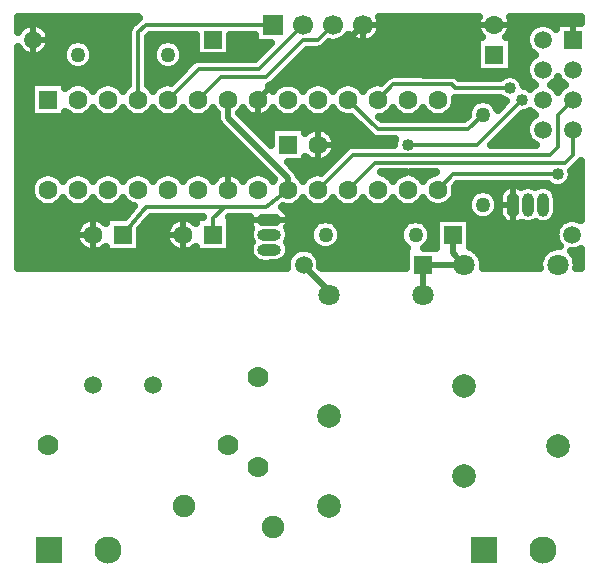
<source format=gbr>
G04 DipTrace 3.0.0.2*
G04 Top.gbr*
%MOIN*%
G04 #@! TF.FileFunction,Copper,L1,Top*
G04 #@! TF.Part,Single*
%AMOUTLINE0*
4,1,8,
-0.019685,-0.029528,
-0.009843,-0.03937,
0.009843,-0.03937,
0.019685,-0.029528,
0.019685,0.029528,
0.009843,0.03937,
-0.009843,0.03937,
-0.019685,0.029528,
-0.019685,-0.029528,
0*%
%AMOUTLINE3*
4,1,8,
-0.029528,0.019685,
-0.03937,0.009843,
-0.03937,-0.009843,
-0.029528,-0.019685,
0.029528,-0.019685,
0.03937,-0.009843,
0.03937,0.009843,
0.029528,0.019685,
-0.029528,0.019685,
0*%
G04 #@! TA.AperFunction,CopperBalancing*
%ADD13C,0.019685*%
G04 #@! TA.AperFunction,Conductor*
%ADD16C,0.012992*%
G04 #@! TA.AperFunction,CopperBalancing*
%ADD17C,0.025*%
G04 #@! TA.AperFunction,ComponentPad*
%ADD18R,0.062992X0.062992*%
%ADD19C,0.062992*%
%ADD20R,0.059055X0.059055*%
%ADD21C,0.059055*%
%ADD22C,0.090551*%
%ADD23R,0.090551X0.090551*%
%ADD24C,0.070866*%
%ADD25C,0.07874*%
%ADD26O,0.03937X0.07874*%
%ADD27O,0.07874X0.03937*%
%ADD28C,0.05*%
%ADD29C,0.05*%
%ADD30C,0.07*%
%ADD31C,0.07*%
%ADD35C,0.074803*%
%ADD36R,0.066929X0.066929*%
%ADD37C,0.066929*%
G04 #@! TA.AperFunction,ViaPad*
%ADD38C,0.04*%
G04 #@! TA.AperFunction,ComponentPad*
%ADD85OUTLINE0*%
%ADD88OUTLINE3*%
%FSLAX26Y26*%
G04*
G70*
G90*
G75*
G01*
G04 Top*
%LPD*%
X1243701Y2043701D2*
D13*
X1294685Y2094685D1*
X1394685D1*
X1593701Y2293701D1*
X1396063Y1493701D2*
D16*
X1393701D1*
D13*
X1493701Y1393701D1*
X1481890D1*
X1543701Y2043701D2*
D16*
X1642717Y1944685D1*
X1944685D1*
X1993701Y1993701D1*
X2084173Y2083189D2*
X1900433D1*
X1888937Y2094685D1*
X1694685D1*
X1643701Y2043701D1*
X843701D2*
Y2267717D1*
X869685Y2293701D1*
X1293701D1*
X943701Y2043701D2*
X1046654Y2146654D1*
X1246654D1*
X1393701Y2293701D1*
X1043701Y2043701D2*
X1120669Y2120669D1*
X1270669D1*
X1393701Y2243701D1*
X1443701D1*
X1493701Y2293701D1*
X2242717Y1794685D2*
X1894685D1*
X1843701Y1743701D1*
X2123661Y2043701D2*
X1973661Y1893701D1*
X1743701D1*
X2293701Y1943701D2*
Y1860157D1*
X2267717Y1834173D1*
X1634173D1*
X1543701Y1743701D1*
X1443701D2*
X1560157Y1860157D1*
X2216732D1*
X2242717Y1886142D1*
Y1992717D1*
X2293701Y2043701D1*
X1343701Y1743701D2*
X1270853Y1686591D1*
X1132130D1*
X870853D1*
X793701Y1593701D1*
X1893701D2*
D13*
Y1531890D1*
X1931890Y1493701D1*
X1793701D1*
Y1393701D1*
X1343701Y1743701D2*
Y1783257D1*
X1143701Y1983257D1*
Y2043701D1*
X1093701Y1593701D2*
D16*
Y1648161D1*
X1132130Y1686591D1*
D38*
X2084173Y2083189D3*
X2242717Y1794685D3*
X1743701Y1893701D3*
X2123661Y2043701D3*
X446201Y2293832D2*
D17*
X466176D1*
X521226D2*
X820668D1*
X1656138D2*
X1970718D1*
X2091684D2*
X2166176D1*
X2221226D2*
X2235201D1*
X546176Y2268963D2*
X808266D1*
X1650815D2*
X1976235D1*
X2086167D2*
X2141226D1*
X552231Y2244094D2*
X630630D1*
X656764D2*
X808218D1*
X879184D2*
X930630D1*
X956764D2*
X1035171D1*
X1152231D2*
X1231264D1*
X1529867D2*
X1557534D1*
X1629867D2*
X1970718D1*
X2091684D2*
X2135171D1*
X546567Y2219226D2*
X596499D1*
X690903D2*
X808218D1*
X879184D2*
X896499D1*
X990903D2*
X1035171D1*
X1152231D2*
X1270083D1*
X1468295D2*
X1970718D1*
X2091684D2*
X2140835D1*
X446201Y2194357D2*
X464663D1*
X522739D2*
X589711D1*
X697690D2*
X808218D1*
X879184D2*
X889705D1*
X997690D2*
X1035171D1*
X1152231D2*
X1245230D1*
X1393491D2*
X1970718D1*
X2091684D2*
X2164663D1*
X446201Y2169488D2*
X595766D1*
X691635D2*
X808218D1*
X879184D2*
X895766D1*
X991635D2*
X1020375D1*
X1368638D2*
X1970718D1*
X2091684D2*
X2141470D1*
X446201Y2144619D2*
X625650D1*
X661752D2*
X808218D1*
X879184D2*
X925650D1*
X961752D2*
X995474D1*
X1343735D2*
X1970718D1*
X2091684D2*
X2135171D1*
X446201Y2119751D2*
X808218D1*
X879184D2*
X970619D1*
X1318882D2*
X1670766D1*
X1912875D2*
X2052944D1*
X2115415D2*
X2140542D1*
X446201Y2094882D2*
X483218D1*
X604184D2*
X613908D1*
X673471D2*
X713930D1*
X773471D2*
X808218D1*
X879184D2*
X913930D1*
X1293735D2*
X1313930D1*
X1373471D2*
X1413930D1*
X1473471D2*
X1513930D1*
X1573471D2*
X1613930D1*
X2131675D2*
X2163735D1*
X2223667D2*
X2263735D1*
X446201Y2070013D2*
X483218D1*
X446201Y2045144D2*
X483218D1*
X1904184D2*
X1988979D1*
X1998436D2*
X2054946D1*
X446201Y2020276D2*
X483218D1*
X1899252D2*
X1947084D1*
X2040318D2*
X2051080D1*
X446201Y1995407D2*
X483218D1*
X678306D2*
X709096D1*
X778306D2*
X809096D1*
X878306D2*
X909096D1*
X978306D2*
X1009096D1*
X1078306D2*
X1104898D1*
X1185434D2*
X1209096D1*
X1278306D2*
X1309096D1*
X1378306D2*
X1409096D1*
X1478306D2*
X1509096D1*
X1678306D2*
X1709096D1*
X1778306D2*
X1809096D1*
X1878306D2*
X1939760D1*
X2124496D2*
X2162807D1*
X446201Y1970538D2*
X1107192D1*
X1210287D2*
X1567739D1*
X2099643D2*
X2142007D1*
X446201Y1945669D2*
X1127407D1*
X1235142D2*
X1283218D1*
X1404184D2*
X1415503D1*
X1471909D2*
X1592592D1*
X2074741D2*
X2135219D1*
X446201Y1920801D2*
X1152310D1*
X1260043D2*
X1283218D1*
X1497446D2*
X1617495D1*
X2049887D2*
X2140054D1*
X446201Y1895932D2*
X1177163D1*
X1504135D2*
X1694741D1*
X2025034D2*
X2161928D1*
X446201Y1871063D2*
X1202016D1*
X1499594D2*
X1521938D1*
X446201Y1846194D2*
X1226919D1*
X1479478D2*
X1497084D1*
X446201Y1821325D2*
X1251772D1*
X1359507D2*
X1472182D1*
X2303990D2*
X2316201D1*
X446201Y1796457D2*
X517154D1*
X570248D2*
X617154D1*
X670248D2*
X717154D1*
X770248D2*
X817154D1*
X870248D2*
X917154D1*
X970248D2*
X1017154D1*
X1070248D2*
X1117154D1*
X1170248D2*
X1217154D1*
X1380063D2*
X1417154D1*
X1670248D2*
X1717154D1*
X1770248D2*
X1817154D1*
X2291684D2*
X2316201D1*
X446201Y1771588D2*
X490346D1*
X2285580D2*
X2316201D1*
X446201Y1746719D2*
X483315D1*
X1904087D2*
X2057583D1*
X2228159D2*
X2316201D1*
X446201Y1721850D2*
X487466D1*
X1899936D2*
X1948062D1*
X2241587D2*
X2316201D1*
X446201Y1696982D2*
X506850D1*
X580551D2*
X606850D1*
X680551D2*
X706850D1*
X780551D2*
X806850D1*
X1380551D2*
X1406850D1*
X1480551D2*
X1506850D1*
X1580551D2*
X1606850D1*
X1680551D2*
X1706850D1*
X1780551D2*
X1806850D1*
X1880551D2*
X1939810D1*
X2242367D2*
X2316201D1*
X446201Y1672113D2*
X813442D1*
X1341928D2*
X1944448D1*
X2242319D2*
X2316201D1*
X446201Y1647244D2*
X668959D1*
X718442D2*
X733218D1*
X883530D2*
X968959D1*
X1018442D2*
X1033218D1*
X1154184D2*
X1212856D1*
X1349546D2*
X1835171D1*
X1952231D2*
X1969008D1*
X2018394D2*
X2051138D1*
X2233823D2*
X2272378D1*
X446201Y1622375D2*
X640786D1*
X862875D2*
X940786D1*
X1154184D2*
X1215492D1*
X1346909D2*
X1423451D1*
X1513950D2*
X1723451D1*
X1813950D2*
X1835171D1*
X1952231D2*
X2240738D1*
X446201Y1597507D2*
X633315D1*
X854184D2*
X933315D1*
X1154184D2*
X1213003D1*
X1349399D2*
X1414858D1*
X1522543D2*
X1714858D1*
X1822543D2*
X1835148D1*
X1952231D2*
X2232924D1*
X446201Y1572638D2*
X637172D1*
X854184D2*
X937172D1*
X1154184D2*
X1217934D1*
X1344467D2*
X1419203D1*
X1518198D2*
X1719203D1*
X1818198D2*
X1835171D1*
X1952231D2*
X2236928D1*
X446201Y1547769D2*
X655825D1*
X854184D2*
X955825D1*
X1154184D2*
X1213003D1*
X1349399D2*
X1378920D1*
X1413218D2*
X1442934D1*
X1494467D2*
X1735171D1*
X1964584D2*
X2211000D1*
X446201Y1522900D2*
X1217787D1*
X1446371D2*
X1735171D1*
X1988999D2*
X2186587D1*
X2300815D2*
X2316201D1*
X446201Y1498031D2*
X1252163D1*
X1310239D2*
X1337710D1*
X1454428D2*
X1735171D1*
X1996176D2*
X2179409D1*
X2307992D2*
X2316201D1*
X748213Y1651689D2*
X799043D1*
X828816Y1687610D1*
X821509Y1690127D1*
X813402Y1694257D1*
X806041Y1699606D1*
X799606Y1706041D1*
X793727Y1714349D1*
X787795Y1706041D1*
X781361Y1699606D1*
X774000Y1694257D1*
X765892Y1690127D1*
X757238Y1687315D1*
X748251Y1685891D1*
X739151D1*
X730164Y1687315D1*
X721509Y1690127D1*
X713402Y1694257D1*
X706041Y1699606D1*
X699606Y1706041D1*
X693727Y1714349D1*
X687795Y1706041D1*
X681361Y1699606D1*
X674000Y1694257D1*
X665892Y1690127D1*
X657238Y1687315D1*
X648251Y1685891D1*
X639151D1*
X630164Y1687315D1*
X621509Y1690127D1*
X613402Y1694257D1*
X606041Y1699606D1*
X599606Y1706041D1*
X593727Y1714349D1*
X587795Y1706041D1*
X581361Y1699606D1*
X574000Y1694257D1*
X565892Y1690127D1*
X557238Y1687315D1*
X548251Y1685891D1*
X539151D1*
X530164Y1687315D1*
X521509Y1690127D1*
X513402Y1694257D1*
X506041Y1699606D1*
X499606Y1706041D1*
X494257Y1713402D1*
X490127Y1721509D1*
X487315Y1730164D1*
X485891Y1739151D1*
Y1748251D1*
X487315Y1757238D1*
X490127Y1765892D1*
X494257Y1774000D1*
X499606Y1781361D1*
X506041Y1787795D1*
X513402Y1793144D1*
X521509Y1797274D1*
X530164Y1800087D1*
X539151Y1801510D1*
X548251D1*
X557238Y1800087D1*
X565892Y1797274D1*
X574000Y1793144D1*
X581361Y1787795D1*
X587795Y1781361D1*
X593675Y1773052D1*
X599606Y1781361D1*
X606041Y1787795D1*
X613402Y1793144D1*
X621509Y1797274D1*
X630164Y1800087D1*
X639151Y1801510D1*
X648251D1*
X657238Y1800087D1*
X665892Y1797274D1*
X674000Y1793144D1*
X681361Y1787795D1*
X687795Y1781361D1*
X693675Y1773052D1*
X699606Y1781361D1*
X706041Y1787795D1*
X713402Y1793144D1*
X721509Y1797274D1*
X730164Y1800087D1*
X739151Y1801510D1*
X748251D1*
X757238Y1800087D1*
X765892Y1797274D1*
X774000Y1793144D1*
X781361Y1787795D1*
X787795Y1781361D1*
X793675Y1773052D1*
X799606Y1781361D1*
X806041Y1787795D1*
X813402Y1793144D1*
X821509Y1797274D1*
X830164Y1800087D1*
X839151Y1801510D1*
X848251D1*
X857238Y1800087D1*
X865892Y1797274D1*
X874000Y1793144D1*
X881361Y1787795D1*
X887795Y1781361D1*
X893675Y1773052D1*
X899606Y1781361D1*
X906041Y1787795D1*
X913402Y1793144D1*
X921509Y1797274D1*
X930164Y1800087D1*
X939151Y1801510D1*
X948251D1*
X957238Y1800087D1*
X965892Y1797274D1*
X974000Y1793144D1*
X981361Y1787795D1*
X987795Y1781361D1*
X993675Y1773052D1*
X999606Y1781361D1*
X1006041Y1787795D1*
X1013402Y1793144D1*
X1021509Y1797274D1*
X1030164Y1800087D1*
X1039151Y1801510D1*
X1048251D1*
X1057238Y1800087D1*
X1065892Y1797274D1*
X1074000Y1793144D1*
X1081361Y1787795D1*
X1087795Y1781361D1*
X1093675Y1773052D1*
X1099177Y1780853D1*
X1104341Y1786285D1*
X1110163Y1791007D1*
X1116543Y1794937D1*
X1123379Y1798012D1*
X1130554Y1800178D1*
X1137948Y1801403D1*
X1145437Y1801663D1*
X1152899Y1800955D1*
X1160206Y1799290D1*
X1167239Y1796697D1*
X1173877Y1793219D1*
X1180012Y1788913D1*
X1185539Y1783852D1*
X1190369Y1778121D1*
X1193696Y1773054D1*
X1199606Y1781361D1*
X1206041Y1787795D1*
X1213402Y1793144D1*
X1221509Y1797274D1*
X1230164Y1800087D1*
X1239151Y1801510D1*
X1248251D1*
X1257238Y1800087D1*
X1265892Y1797274D1*
X1274000Y1793144D1*
X1281361Y1787795D1*
X1287795Y1781361D1*
X1293675Y1773052D1*
X1297239Y1778358D1*
X1116072Y1959660D1*
X1112720Y1964273D1*
X1110131Y1969353D1*
X1108370Y1974776D1*
X1107478Y1980407D1*
X1107366Y1998541D1*
X1102697Y2002697D1*
X1096787Y2009617D1*
X1093727Y2014349D1*
X1087795Y2006041D1*
X1081361Y1999606D1*
X1074000Y1994257D1*
X1065892Y1990127D1*
X1057238Y1987315D1*
X1048251Y1985891D1*
X1039151D1*
X1030164Y1987315D1*
X1021509Y1990127D1*
X1013402Y1994257D1*
X1006041Y1999606D1*
X999606Y2006041D1*
X993727Y2014349D1*
X987795Y2006041D1*
X981361Y1999606D1*
X974000Y1994257D1*
X965892Y1990127D1*
X957238Y1987315D1*
X948251Y1985891D1*
X939151D1*
X930164Y1987315D1*
X921509Y1990127D1*
X913402Y1994257D1*
X906041Y1999606D1*
X899606Y2006041D1*
X893727Y2014349D1*
X887795Y2006041D1*
X881361Y1999606D1*
X874000Y1994257D1*
X865892Y1990127D1*
X857238Y1987315D1*
X848251Y1985891D1*
X839151D1*
X830164Y1987315D1*
X821509Y1990127D1*
X813402Y1994257D1*
X806041Y1999606D1*
X799606Y2006041D1*
X793727Y2014349D1*
X787795Y2006041D1*
X781361Y1999606D1*
X774000Y1994257D1*
X765892Y1990127D1*
X757238Y1987315D1*
X748251Y1985891D1*
X739151D1*
X730164Y1987315D1*
X721509Y1990127D1*
X713402Y1994257D1*
X706041Y1999606D1*
X699606Y2006041D1*
X693727Y2014349D1*
X687795Y2006041D1*
X681361Y1999606D1*
X674000Y1994257D1*
X665892Y1990127D1*
X657238Y1987315D1*
X648251Y1985891D1*
X639151D1*
X630164Y1987315D1*
X621509Y1990127D1*
X613402Y1994257D1*
X606041Y1999606D1*
X601694Y2003781D1*
X601689Y1985713D1*
X485713D1*
Y2101689D1*
X601689D1*
Y2083671D1*
X609617Y2090614D1*
X617375Y2095369D1*
X625781Y2098850D1*
X634630Y2100975D1*
X643701Y2101689D1*
X652772Y2100975D1*
X661621Y2098850D1*
X670026Y2095369D1*
X677785Y2090614D1*
X684705Y2084705D1*
X690614Y2077785D1*
X693675Y2073052D1*
X699606Y2081361D1*
X706041Y2087795D1*
X713402Y2093144D1*
X721509Y2097274D1*
X730164Y2100087D1*
X739151Y2101510D1*
X748251D1*
X757238Y2100087D1*
X765892Y2097274D1*
X774000Y2093144D1*
X781361Y2087795D1*
X787795Y2081361D1*
X793675Y2073052D1*
X799606Y2081361D1*
X806041Y2087795D1*
X810726Y2091356D1*
X810814Y2270304D1*
X812327Y2277911D1*
X815573Y2284953D1*
X820374Y2291043D1*
X820619Y2291269D1*
X846648Y2317295D1*
X843701Y2318701D1*
X443701D1*
X443837Y2269231D1*
X447692Y2275659D1*
X452369Y2281514D1*
X457786Y2286693D1*
X463846Y2291102D1*
X470441Y2294663D1*
X477451Y2297312D1*
X484753Y2299001D1*
X492214Y2299701D1*
X499702Y2299398D1*
X507084Y2298098D1*
X514224Y2295825D1*
X520999Y2292619D1*
X527285Y2288538D1*
X532969Y2283654D1*
X537950Y2278055D1*
X542140Y2271841D1*
X545463Y2265123D1*
X547860Y2258022D1*
X549286Y2250665D1*
X549664Y2241202D1*
X548831Y2233753D1*
X547009Y2226484D1*
X544234Y2219522D1*
X540554Y2212993D1*
X536037Y2207014D1*
X530760Y2201692D1*
X524822Y2197121D1*
X518325Y2193383D1*
X511388Y2190547D1*
X504135Y2188661D1*
X496694Y2187761D1*
X489201Y2187862D1*
X481787Y2188962D1*
X474588Y2191042D1*
X467730Y2194064D1*
X461337Y2197975D1*
X455524Y2202705D1*
X450392Y2208168D1*
X446037Y2214266D1*
X443690Y2218469D1*
X443701Y1481201D1*
X1341504D1*
X1340217Y1489306D1*
Y1498096D1*
X1341591Y1506778D1*
X1344307Y1515139D1*
X1348298Y1522971D1*
X1353466Y1530083D1*
X1359681Y1536298D1*
X1366793Y1541466D1*
X1374625Y1545457D1*
X1382986Y1548173D1*
X1391668Y1549547D1*
X1400458D1*
X1409140Y1548173D1*
X1417501Y1545457D1*
X1425333Y1541466D1*
X1432445Y1536298D1*
X1438660Y1530083D1*
X1443828Y1522971D1*
X1447819Y1515139D1*
X1450535Y1506778D1*
X1451909Y1498096D1*
Y1489306D1*
X1451650Y1487105D1*
X1457614Y1481172D1*
X1737696Y1481201D1*
X1737681Y1549720D1*
X1741797Y1549797D1*
X1735260Y1554546D1*
X1729546Y1560260D1*
X1724797Y1566797D1*
X1721129Y1573996D1*
X1718631Y1581680D1*
X1717367Y1589661D1*
Y1597740D1*
X1718631Y1605722D1*
X1721129Y1613406D1*
X1724797Y1620605D1*
X1729546Y1627142D1*
X1735260Y1632856D1*
X1741797Y1637605D1*
X1748996Y1641273D1*
X1756680Y1643770D1*
X1764661Y1645034D1*
X1772740D1*
X1780722Y1643770D1*
X1788406Y1641273D1*
X1795605Y1637605D1*
X1802142Y1632856D1*
X1807856Y1627142D1*
X1812605Y1620605D1*
X1816273Y1613406D1*
X1818770Y1605722D1*
X1820034Y1597740D1*
Y1589661D1*
X1818770Y1581680D1*
X1816273Y1573996D1*
X1812605Y1566797D1*
X1807856Y1560260D1*
X1802142Y1554546D1*
X1795482Y1549727D1*
X1837728Y1549720D1*
X1837681Y1649720D1*
X1949720D1*
Y1552992D1*
X1960003Y1548877D1*
X1968289Y1543799D1*
X1975677Y1537488D1*
X1981988Y1530100D1*
X1987066Y1521814D1*
X1990785Y1512837D1*
X1993052Y1503388D1*
X1993815Y1493701D1*
X1993052Y1484013D1*
X1992493Y1481201D1*
X2183008D1*
X2181966Y1488843D1*
Y1498559D1*
X2183487Y1508157D1*
X2186490Y1517399D1*
X2190900Y1526056D1*
X2196613Y1533919D1*
X2203483Y1540789D1*
X2211345Y1546501D1*
X2220003Y1550912D1*
X2229244Y1553915D1*
X2238843Y1555436D1*
X2248559D1*
X2250654Y1555188D1*
X2246017Y1560773D1*
X2241425Y1568269D1*
X2238060Y1576390D1*
X2236009Y1584937D1*
X2235319Y1593701D1*
X2236009Y1602465D1*
X2238060Y1611012D1*
X2241425Y1619133D1*
X2246017Y1626629D1*
X2251727Y1633312D1*
X2258411Y1639022D1*
X2265907Y1643614D1*
X2274028Y1646979D1*
X2282575Y1649030D1*
X2291339Y1649720D1*
X2300102Y1649030D1*
X2308650Y1646979D1*
X2316770Y1643614D1*
X2318705Y1642531D1*
X2318701Y1838672D1*
X2291043Y1810846D1*
X2288831Y1808844D1*
X2287924Y1805538D1*
X2289066Y1798333D1*
Y1791037D1*
X2287924Y1783832D1*
X2285669Y1776894D1*
X2282357Y1770392D1*
X2278070Y1764491D1*
X2272911Y1759332D1*
X2267009Y1755045D1*
X2260508Y1751732D1*
X2253570Y1749478D1*
X2246365Y1748336D1*
X2239068D1*
X2231864Y1749478D1*
X2224925Y1751732D1*
X2218424Y1755045D1*
X2212522Y1759332D1*
X2209957Y1761703D1*
X1908293Y1761697D1*
X1900975Y1752772D1*
X1901689Y1743701D1*
X1900975Y1734630D1*
X1898850Y1725781D1*
X1895369Y1717375D1*
X1890614Y1709617D1*
X1884705Y1702697D1*
X1877785Y1696787D1*
X1870026Y1692033D1*
X1861621Y1688551D1*
X1852772Y1686427D1*
X1843701Y1685713D1*
X1834630Y1686427D1*
X1825781Y1688551D1*
X1817375Y1692033D1*
X1809617Y1696787D1*
X1802697Y1702697D1*
X1796787Y1709617D1*
X1793727Y1714349D1*
X1787795Y1706041D1*
X1781361Y1699606D1*
X1774000Y1694257D1*
X1765892Y1690127D1*
X1757238Y1687315D1*
X1748251Y1685891D1*
X1739151D1*
X1730164Y1687315D1*
X1721509Y1690127D1*
X1713402Y1694257D1*
X1706041Y1699606D1*
X1699606Y1706041D1*
X1693727Y1714349D1*
X1687795Y1706041D1*
X1681361Y1699606D1*
X1674000Y1694257D1*
X1665892Y1690127D1*
X1657238Y1687315D1*
X1648251Y1685891D1*
X1639151D1*
X1630164Y1687315D1*
X1621509Y1690127D1*
X1613402Y1694257D1*
X1606041Y1699606D1*
X1599606Y1706041D1*
X1593727Y1714349D1*
X1587795Y1706041D1*
X1581361Y1699606D1*
X1574000Y1694257D1*
X1565892Y1690127D1*
X1557238Y1687315D1*
X1548251Y1685891D1*
X1539151D1*
X1530164Y1687315D1*
X1521509Y1690127D1*
X1513402Y1694257D1*
X1506041Y1699606D1*
X1499606Y1706041D1*
X1493727Y1714349D1*
X1487795Y1706041D1*
X1481361Y1699606D1*
X1474000Y1694257D1*
X1465892Y1690127D1*
X1457238Y1687315D1*
X1448251Y1685891D1*
X1439151D1*
X1430164Y1687315D1*
X1421509Y1690127D1*
X1413402Y1694257D1*
X1406041Y1699606D1*
X1399606Y1706041D1*
X1393727Y1714349D1*
X1387795Y1706041D1*
X1381361Y1699606D1*
X1374000Y1694257D1*
X1365892Y1690127D1*
X1357238Y1687315D1*
X1348251Y1685891D1*
X1339151D1*
X1330164Y1687315D1*
X1326517Y1688343D1*
X1323974Y1686319D1*
X1327933Y1683530D1*
X1340715Y1670748D1*
X1344176Y1665571D1*
X1346331Y1659728D1*
X1347050Y1653210D1*
X1346982Y1631780D1*
X1345766Y1625672D1*
X1343159Y1620016D1*
X1341747Y1617961D1*
X1342030Y1614665D1*
X1344803Y1607970D1*
X1346495Y1600924D1*
X1347063Y1593701D1*
X1346495Y1586478D1*
X1344803Y1579432D1*
X1342030Y1572736D1*
X1339699Y1568738D1*
X1343549Y1561371D1*
X1345787Y1554480D1*
X1346921Y1547324D1*
Y1540077D1*
X1345787Y1532921D1*
X1343549Y1526030D1*
X1340259Y1519573D1*
X1335999Y1513711D1*
X1330875Y1508588D1*
X1325013Y1504328D1*
X1318556Y1501038D1*
X1311665Y1498799D1*
X1304509Y1497665D1*
X1261516Y1497572D1*
X1254293Y1498092D1*
X1247247Y1499783D1*
X1240551Y1502556D1*
X1234374Y1506343D1*
X1228864Y1511049D1*
X1224157Y1516559D1*
X1220371Y1522736D1*
X1217598Y1529432D1*
X1215907Y1536478D1*
X1215339Y1543701D1*
X1215907Y1550924D1*
X1217598Y1557970D1*
X1220371Y1564665D1*
X1222702Y1568664D1*
X1218853Y1576030D1*
X1216614Y1582921D1*
X1215480Y1590077D1*
Y1597324D1*
X1216614Y1604480D1*
X1218853Y1611371D1*
X1221568Y1616803D1*
X1218226Y1621831D1*
X1216071Y1627673D1*
X1215339Y1633858D1*
X1215341Y1653617D1*
X1145804Y1653602D1*
X1148213Y1651689D1*
X1151689D1*
Y1535713D1*
X1035713D1*
Y1553730D1*
X1029503Y1548084D1*
X1023320Y1543848D1*
X1016643Y1540444D1*
X1009583Y1537930D1*
X1002257Y1536348D1*
X994789Y1535723D1*
X987302Y1536067D1*
X979921Y1537374D1*
X972772Y1539621D1*
X965971Y1542772D1*
X959635Y1546774D1*
X953866Y1551560D1*
X948764Y1557050D1*
X944412Y1563151D1*
X940883Y1569764D1*
X938238Y1576776D1*
X936518Y1584071D1*
X935753Y1591526D1*
X935957Y1599018D1*
X937125Y1606421D1*
X939238Y1613612D1*
X942261Y1620470D1*
X946143Y1626881D1*
X950820Y1632738D1*
X956213Y1637942D1*
X962232Y1642408D1*
X968777Y1646059D1*
X975739Y1648837D1*
X983000Y1650693D1*
X990440Y1651597D1*
X997934Y1651534D1*
X1005358Y1650505D1*
X1012587Y1648528D1*
X1019500Y1645634D1*
X1025983Y1641873D1*
X1031927Y1637306D1*
X1035718Y1633657D1*
X1035713Y1651689D1*
X1060957D1*
X1061176Y1653610D1*
X886281Y1653602D1*
X851710Y1611913D1*
X851689Y1535713D1*
X735713D1*
Y1553730D1*
X729503Y1548084D1*
X723320Y1543848D1*
X716643Y1540444D1*
X709583Y1537930D1*
X702257Y1536348D1*
X694789Y1535723D1*
X687302Y1536067D1*
X679921Y1537374D1*
X672772Y1539621D1*
X665971Y1542772D1*
X659635Y1546774D1*
X653866Y1551560D1*
X648764Y1557050D1*
X644412Y1563151D1*
X640883Y1569764D1*
X638238Y1576776D1*
X636518Y1584071D1*
X635753Y1591526D1*
X635957Y1599018D1*
X637125Y1606421D1*
X639238Y1613612D1*
X642261Y1620470D1*
X646143Y1626881D1*
X650820Y1632738D1*
X656213Y1637942D1*
X662232Y1642408D1*
X668777Y1646059D1*
X675739Y1648837D1*
X683000Y1650693D1*
X690440Y1651597D1*
X697934Y1651534D1*
X705358Y1650505D1*
X712587Y1648528D1*
X719500Y1645634D1*
X725983Y1641873D1*
X731927Y1637306D1*
X735718Y1633657D1*
X735713Y1651689D1*
X748213D1*
X1501635Y1891202D2*
X1500829Y1883751D1*
X1499068Y1876465D1*
X1496383Y1869469D1*
X1492818Y1862875D1*
X1488432Y1856798D1*
X1483298Y1851337D1*
X1477504Y1846584D1*
X1471144Y1842618D1*
X1464327Y1839505D1*
X1457164Y1837297D1*
X1449777Y1836031D1*
X1442289Y1835730D1*
X1434823Y1836396D1*
X1427507Y1838020D1*
X1420461Y1840573D1*
X1413802Y1844014D1*
X1407644Y1848286D1*
X1401696Y1853738D1*
X1401689Y1835713D1*
X1342656D1*
X1371329Y1806854D1*
X1374681Y1802241D1*
X1377270Y1797161D1*
X1379108Y1791357D1*
X1381361Y1787795D1*
X1387795Y1781361D1*
X1393675Y1773052D1*
X1399606Y1781361D1*
X1406041Y1787795D1*
X1413402Y1793144D1*
X1421509Y1797274D1*
X1430164Y1800087D1*
X1439151Y1801510D1*
X1448251D1*
X1454080Y1800715D1*
X1538734Y1885241D1*
X1545181Y1889550D1*
X1552457Y1892235D1*
X1560157Y1893146D1*
X1560491Y1893133D1*
X1697218Y1893146D1*
X1697781Y1900974D1*
X1699484Y1908068D1*
X1700849Y1911713D1*
X1640129Y1911798D1*
X1632522Y1913311D1*
X1625480Y1916558D1*
X1619390Y1921358D1*
X1619164Y1921604D1*
X1554100Y1986648D1*
X1543701Y1985713D1*
X1534630Y1986427D1*
X1525781Y1988551D1*
X1517375Y1992033D1*
X1509617Y1996787D1*
X1502697Y2002697D1*
X1496787Y2009617D1*
X1493727Y2014349D1*
X1487795Y2006041D1*
X1481361Y1999606D1*
X1474000Y1994257D1*
X1465892Y1990127D1*
X1457238Y1987315D1*
X1448251Y1985891D1*
X1439151D1*
X1430164Y1987315D1*
X1421509Y1990127D1*
X1413402Y1994257D1*
X1406041Y1999606D1*
X1399606Y2006041D1*
X1393727Y2014349D1*
X1387795Y2006041D1*
X1381361Y1999606D1*
X1374000Y1994257D1*
X1365892Y1990127D1*
X1357238Y1987315D1*
X1348251Y1985891D1*
X1339151D1*
X1330164Y1987315D1*
X1321509Y1990127D1*
X1313402Y1994257D1*
X1306041Y1999606D1*
X1299606Y2006041D1*
X1293727Y2014349D1*
X1288432Y2006798D1*
X1283298Y2001337D1*
X1277504Y1996584D1*
X1271144Y1992618D1*
X1264327Y1989505D1*
X1257164Y1987297D1*
X1249777Y1986031D1*
X1242289Y1985730D1*
X1234823Y1986396D1*
X1227507Y1988020D1*
X1220461Y1990573D1*
X1213802Y1994014D1*
X1207644Y1998286D1*
X1202088Y2003316D1*
X1197226Y2009020D1*
X1193713Y2014337D1*
X1187795Y2006041D1*
X1181361Y1999606D1*
X1180034Y1998560D1*
X1240104Y1938239D1*
X1285714Y1892630D1*
X1285713Y1951689D1*
X1401689D1*
Y1933672D1*
X1408155Y1939517D1*
X1414361Y1943719D1*
X1421056Y1947085D1*
X1428131Y1949560D1*
X1435466Y1951101D1*
X1442938Y1951684D1*
X1450423Y1951298D1*
X1457795Y1949950D1*
X1464932Y1947663D1*
X1471715Y1944474D1*
X1478029Y1940436D1*
X1483770Y1935618D1*
X1488843Y1930100D1*
X1493160Y1923974D1*
X1496651Y1917343D1*
X1499259Y1910315D1*
X1500937Y1903010D1*
X1501689Y1893701D1*
X1501635Y1891202D1*
X1985713Y2251689D2*
X1991230D1*
X1984726Y2259020D1*
X1980642Y2265304D1*
X1977402Y2272062D1*
X1975059Y2279181D1*
X1973656Y2286543D1*
X1973214Y2294025D1*
X1973740Y2301501D1*
X1975226Y2308848D1*
X1977647Y2315941D1*
X1978892Y2318710D1*
X1648241Y2318701D1*
X1651341Y2310203D1*
X1652950Y2302883D1*
X1653657Y2293701D1*
X1653189Y2286220D1*
X1651791Y2278857D1*
X1649486Y2271726D1*
X1646307Y2264937D1*
X1642307Y2258598D1*
X1637549Y2252808D1*
X1632104Y2247657D1*
X1626059Y2243226D1*
X1619509Y2239583D1*
X1612555Y2236786D1*
X1605307Y2234878D1*
X1597877Y2233890D1*
X1590382Y2233836D1*
X1582940Y2234718D1*
X1575664Y2236521D1*
X1568672Y2239218D1*
X1562070Y2242766D1*
X1555962Y2247112D1*
X1550444Y2252184D1*
X1545602Y2257906D1*
X1543710Y2260621D1*
X1539293Y2254762D1*
X1532639Y2248109D1*
X1525028Y2242579D1*
X1516646Y2238308D1*
X1507697Y2235400D1*
X1498406Y2233929D1*
X1488996D1*
X1481634Y2235017D1*
X1465125Y2218617D1*
X1458677Y2214308D1*
X1451402Y2211623D1*
X1443701Y2210713D1*
X1443367Y2210726D1*
X1407324Y2210713D1*
X1292093Y2095585D1*
X1285646Y2091277D1*
X1280012Y2088913D1*
X1285539Y2083852D1*
X1290369Y2078121D1*
X1293696Y2073054D1*
X1299606Y2081361D1*
X1306041Y2087795D1*
X1313402Y2093144D1*
X1321509Y2097274D1*
X1330164Y2100087D1*
X1339151Y2101510D1*
X1348251D1*
X1357238Y2100087D1*
X1365892Y2097274D1*
X1374000Y2093144D1*
X1381361Y2087795D1*
X1387795Y2081361D1*
X1393675Y2073052D1*
X1399606Y2081361D1*
X1406041Y2087795D1*
X1413402Y2093144D1*
X1421509Y2097274D1*
X1430164Y2100087D1*
X1439151Y2101510D1*
X1448251D1*
X1457238Y2100087D1*
X1465892Y2097274D1*
X1474000Y2093144D1*
X1481361Y2087795D1*
X1487795Y2081361D1*
X1493675Y2073052D1*
X1499606Y2081361D1*
X1506041Y2087795D1*
X1513402Y2093144D1*
X1521509Y2097274D1*
X1530164Y2100087D1*
X1539151Y2101510D1*
X1548251D1*
X1557238Y2100087D1*
X1565892Y2097274D1*
X1574000Y2093144D1*
X1581361Y2087795D1*
X1587795Y2081361D1*
X1593675Y2073052D1*
X1599606Y2081361D1*
X1606041Y2087795D1*
X1613402Y2093144D1*
X1621509Y2097274D1*
X1630164Y2100087D1*
X1639151Y2101510D1*
X1648251D1*
X1654080Y2100715D1*
X1673261Y2119769D1*
X1679709Y2124077D1*
X1686984Y2126761D1*
X1694685Y2127673D1*
X1695018Y2127660D1*
X1891525Y2127572D1*
X1899131Y2126059D1*
X1906173Y2122812D1*
X1912264Y2118012D1*
X1912490Y2117766D1*
X1914089Y2116185D1*
X2051458Y2116177D1*
X2056846Y2120802D1*
X2063066Y2124614D1*
X2069806Y2127406D1*
X2076900Y2129109D1*
X2084173Y2129681D1*
X2091446Y2129109D1*
X2098541Y2127406D1*
X2105281Y2124614D1*
X2111500Y2120802D1*
X2117049Y2116064D1*
X2121786Y2110516D1*
X2125598Y2104297D1*
X2128390Y2097556D1*
X2130178Y2089740D1*
X2138029Y2087917D1*
X2144769Y2085126D1*
X2151694Y2080757D1*
X2157319Y2086298D1*
X2164430Y2091466D1*
X2168269Y2093787D1*
X2160773Y2098379D1*
X2154089Y2104089D1*
X2148379Y2110773D1*
X2143787Y2118269D1*
X2140423Y2126390D1*
X2138371Y2134937D1*
X2137681Y2143701D1*
X2138371Y2152465D1*
X2140423Y2161012D1*
X2143787Y2169133D1*
X2148379Y2176629D1*
X2154089Y2183312D1*
X2160773Y2189022D1*
X2168440Y2193694D1*
X2160773Y2198379D1*
X2154089Y2204089D1*
X2148379Y2210773D1*
X2143787Y2218269D1*
X2140423Y2226390D1*
X2138371Y2234937D1*
X2137681Y2243701D1*
X2138371Y2252465D1*
X2140423Y2261012D1*
X2143787Y2269133D1*
X2148379Y2276629D1*
X2154089Y2283312D1*
X2160773Y2289022D1*
X2168269Y2293614D1*
X2176390Y2296979D1*
X2184937Y2299030D1*
X2193701Y2299720D1*
X2202465Y2299030D1*
X2211012Y2296979D1*
X2219133Y2293614D1*
X2226629Y2289022D1*
X2233312Y2283312D1*
X2237692Y2278315D1*
X2237681Y2299720D1*
X2318706D1*
X2318701Y2318701D1*
X2083496D1*
X2086759Y2310315D1*
X2088437Y2303010D1*
X2089189Y2293701D1*
X2088705Y2286222D1*
X2087260Y2278867D1*
X2084878Y2271761D1*
X2081600Y2265021D1*
X2077480Y2258760D1*
X2071155Y2251685D1*
X2089189Y2251689D1*
Y2135713D1*
X1973213D1*
Y2251689D1*
X1985713D1*
X2318705Y1544870D2*
X2312777Y1541945D1*
X2304416Y1539228D1*
X2295734Y1537854D1*
X2287133Y1537846D1*
X2293799Y1530100D1*
X2298877Y1521814D1*
X2302596Y1512837D1*
X2304864Y1503388D1*
X2305626Y1493701D1*
X2304864Y1484013D1*
X2304304Y1481201D1*
X2318701D1*
Y1544824D1*
X2268440Y2093707D2*
X2260773Y2098379D1*
X2254089Y2104089D1*
X2248379Y2110773D1*
X2243707Y2118440D1*
X2239022Y2110773D1*
X2233312Y2104089D1*
X2226629Y2098379D1*
X2218962Y2093707D1*
X2226629Y2089022D1*
X2233312Y2083312D1*
X2239022Y2076629D1*
X2243694Y2068962D1*
X2248379Y2076629D1*
X2254089Y2083312D1*
X2260773Y2089022D1*
X2268440Y2093694D1*
X2168440Y1993707D2*
X2160773Y1998379D1*
X2154089Y2004089D1*
X2151722Y2006650D1*
X2144769Y2002276D1*
X2138029Y1999484D1*
X2130934Y1997781D1*
X2123818Y1997215D1*
X2019757Y1893143D1*
X2169581Y1893146D1*
X2160773Y1898379D1*
X2154089Y1904089D1*
X2148379Y1910773D1*
X2143787Y1918269D1*
X2140423Y1926390D1*
X2138371Y1934937D1*
X2137681Y1943701D1*
X2138371Y1952465D1*
X2140423Y1961012D1*
X2143787Y1969133D1*
X2148379Y1976629D1*
X2154089Y1983312D1*
X2160773Y1989022D1*
X2168440Y1993694D1*
X2063358Y1637366D2*
X2052583Y1648601D1*
X2049541Y1654035D1*
X2047849Y1660029D1*
X2047524Y1666673D1*
X2047849Y1727373D1*
X2049541Y1733366D1*
X2052583Y1738801D1*
X2057051Y1743728D1*
X2068286Y1754504D1*
X2073720Y1757546D1*
X2079714Y1759238D1*
X2086358Y1759563D1*
X2107688Y1759238D1*
X2113681Y1757546D1*
X2119441Y1754247D1*
X2119115Y1754504D1*
X2122736Y1754530D1*
X2129432Y1757303D1*
X2136478Y1758995D1*
X2143701Y1759563D1*
X2150924Y1758995D1*
X2157970Y1757303D1*
X2164665Y1754530D1*
X2168664Y1752199D1*
X2176030Y1756049D1*
X2182921Y1758287D1*
X2190077Y1759421D1*
X2197324D1*
X2204480Y1758287D1*
X2211371Y1756049D1*
X2217828Y1752759D1*
X2223690Y1748499D1*
X2228814Y1743375D1*
X2233073Y1737513D1*
X2236364Y1731056D1*
X2238602Y1724165D1*
X2239736Y1717009D1*
X2239829Y1674016D1*
X2239310Y1666793D1*
X2237618Y1659747D1*
X2234845Y1653051D1*
X2231059Y1646874D1*
X2226353Y1641364D1*
X2220843Y1636657D1*
X2214665Y1632871D1*
X2207970Y1630098D1*
X2200924Y1628407D1*
X2193701Y1627839D1*
X2186478Y1628407D1*
X2179432Y1630098D1*
X2172736Y1632871D1*
X2168738Y1635202D1*
X2161371Y1631353D1*
X2154480Y1629114D1*
X2147324Y1627980D1*
X2140077D1*
X2132921Y1629114D1*
X2126030Y1631353D1*
X2120598Y1634068D1*
X2115571Y1630726D1*
X2109728Y1628571D1*
X2103543Y1627839D1*
X2079714Y1628164D1*
X2073720Y1629856D1*
X2068286Y1632898D1*
X2063358Y1637366D1*
X1520034Y1589661D2*
X1518770Y1581680D1*
X1516273Y1573996D1*
X1512605Y1566797D1*
X1507856Y1560260D1*
X1502142Y1554546D1*
X1495605Y1549797D1*
X1488406Y1546129D1*
X1480722Y1543631D1*
X1472740Y1542367D1*
X1464661D1*
X1456680Y1543631D1*
X1448996Y1546129D1*
X1441797Y1549797D1*
X1435260Y1554546D1*
X1429546Y1560260D1*
X1424797Y1566797D1*
X1421129Y1573996D1*
X1418631Y1581680D1*
X1417367Y1589661D1*
Y1597740D1*
X1418631Y1605722D1*
X1421129Y1613406D1*
X1424797Y1620605D1*
X1429546Y1627142D1*
X1435260Y1632856D1*
X1441797Y1637605D1*
X1448996Y1641273D1*
X1456680Y1643770D1*
X1464661Y1645034D1*
X1472740D1*
X1480722Y1643770D1*
X1488406Y1641273D1*
X1495605Y1637605D1*
X1502142Y1632856D1*
X1507856Y1627142D1*
X1512605Y1620605D1*
X1516273Y1613406D1*
X1518770Y1605722D1*
X1520034Y1597740D1*
Y1589661D1*
X2045034Y1689661D2*
X2043770Y1681680D1*
X2041273Y1673996D1*
X2037605Y1666797D1*
X2032856Y1660260D1*
X2027142Y1654546D1*
X2020605Y1649797D1*
X2013406Y1646129D1*
X2005722Y1643631D1*
X1997740Y1642367D1*
X1989661D1*
X1981680Y1643631D1*
X1973996Y1646129D1*
X1966797Y1649797D1*
X1960260Y1654546D1*
X1954546Y1660260D1*
X1949797Y1666797D1*
X1946129Y1673996D1*
X1943631Y1681680D1*
X1942367Y1689661D1*
Y1697740D1*
X1943631Y1705722D1*
X1946129Y1713406D1*
X1949797Y1720605D1*
X1954546Y1727142D1*
X1960260Y1732856D1*
X1966797Y1737605D1*
X1973996Y1741273D1*
X1981680Y1743770D1*
X1989661Y1745034D1*
X1997740D1*
X2005722Y1743770D1*
X2013406Y1741273D1*
X2020605Y1737605D1*
X2027142Y1732856D1*
X2032856Y1727142D1*
X2037605Y1720605D1*
X2041273Y1713406D1*
X2043770Y1705722D1*
X2045034Y1697740D1*
Y1689661D1*
X1942436Y1989080D2*
X1942367Y1997740D1*
X1943631Y2005722D1*
X1946129Y2013406D1*
X1949797Y2020605D1*
X1954546Y2027142D1*
X1960260Y2032856D1*
X1966797Y2037605D1*
X1973996Y2041273D1*
X1981680Y2043770D1*
X1989661Y2045034D1*
X1997740D1*
X2005722Y2043770D1*
X2013406Y2041273D1*
X2020605Y2037605D1*
X2027142Y2032856D1*
X2032856Y2027142D1*
X2037605Y2020605D1*
X2041273Y2013406D1*
X2042728Y2009415D1*
X2071697Y2038388D1*
X2063066Y2041764D1*
X2056846Y2045576D1*
X2051413Y2050207D1*
X1901354Y2050201D1*
X1901510Y2039151D1*
X1900087Y2030164D1*
X1897274Y2021509D1*
X1893144Y2013402D1*
X1887795Y2006041D1*
X1881361Y1999606D1*
X1874000Y1994257D1*
X1865892Y1990127D1*
X1857238Y1987315D1*
X1848251Y1985891D1*
X1839151D1*
X1830164Y1987315D1*
X1821509Y1990127D1*
X1813402Y1994257D1*
X1806041Y1999606D1*
X1799606Y2006041D1*
X1793727Y2014349D1*
X1787795Y2006041D1*
X1781361Y1999606D1*
X1774000Y1994257D1*
X1765892Y1990127D1*
X1757238Y1987315D1*
X1748251Y1985891D1*
X1739151D1*
X1730164Y1987315D1*
X1721509Y1990127D1*
X1713402Y1994257D1*
X1706041Y1999606D1*
X1699606Y2006041D1*
X1693727Y2014349D1*
X1687795Y2006041D1*
X1681361Y1999606D1*
X1674000Y1994257D1*
X1665892Y1990127D1*
X1657238Y1987315D1*
X1648161Y1985888D1*
X1656416Y1977638D1*
X1931047Y1977673D1*
X1942386Y1989038D1*
X695034Y2189661D2*
X693770Y2181680D1*
X691273Y2173996D1*
X687605Y2166797D1*
X682856Y2160260D1*
X677142Y2154546D1*
X670605Y2149797D1*
X663406Y2146129D1*
X655722Y2143631D1*
X647740Y2142367D1*
X639661D1*
X631680Y2143631D1*
X623996Y2146129D1*
X616797Y2149797D1*
X610260Y2154546D1*
X604546Y2160260D1*
X599797Y2166797D1*
X596129Y2173996D1*
X593631Y2181680D1*
X592367Y2189661D1*
Y2197740D1*
X593631Y2205722D1*
X596129Y2213406D1*
X599797Y2220605D1*
X604546Y2227142D1*
X610260Y2232856D1*
X616797Y2237605D1*
X623996Y2241273D1*
X631680Y2243770D1*
X639661Y2245034D1*
X647740D1*
X655722Y2243770D1*
X663406Y2241273D1*
X670605Y2237605D1*
X677142Y2232856D1*
X682856Y2227142D1*
X687605Y2220605D1*
X691273Y2213406D1*
X693770Y2205722D1*
X695034Y2197740D1*
Y2189661D1*
X995034D2*
X993770Y2181680D1*
X991273Y2173996D1*
X987605Y2166797D1*
X982856Y2160260D1*
X977142Y2154546D1*
X970605Y2149797D1*
X963406Y2146129D1*
X955722Y2143631D1*
X947740Y2142367D1*
X939661D1*
X931680Y2143631D1*
X923996Y2146129D1*
X916797Y2149797D1*
X910260Y2154546D1*
X904546Y2160260D1*
X899797Y2166797D1*
X896129Y2173996D1*
X893631Y2181680D1*
X892367Y2189661D1*
Y2197740D1*
X893631Y2205722D1*
X896129Y2213406D1*
X899797Y2220605D1*
X904546Y2227142D1*
X910260Y2232856D1*
X916797Y2237605D1*
X923996Y2241273D1*
X931680Y2243770D1*
X939661Y2245034D1*
X947740D1*
X955722Y2243770D1*
X963406Y2241273D1*
X970605Y2237605D1*
X977142Y2232856D1*
X982856Y2227142D1*
X987605Y2220605D1*
X991273Y2213406D1*
X993770Y2205722D1*
X995034Y2197740D1*
Y2189661D1*
X876676Y2091356D2*
X881361Y2087795D1*
X887795Y2081361D1*
X893675Y2073052D1*
X899606Y2081361D1*
X906041Y2087795D1*
X913402Y2093144D1*
X921509Y2097274D1*
X930164Y2100087D1*
X939151Y2101510D1*
X948251D1*
X954080Y2100715D1*
X1025230Y2171738D1*
X1031677Y2176046D1*
X1038953Y2178730D1*
X1046654Y2179642D1*
X1046987Y2179629D1*
X1233030Y2179642D1*
X1287098Y2233751D1*
X1233744Y2233744D1*
Y2260745D1*
X1149720Y2260706D1*
Y2187681D1*
X1037681D1*
Y2260678D1*
X883301Y2260713D1*
X876689Y2254093D1*
Y2091398D1*
X1793727Y1773052D2*
X1799606Y1781361D1*
X1806041Y1787795D1*
X1813402Y1793144D1*
X1821509Y1797274D1*
X1830164Y1800087D1*
X1836520Y1801198D1*
X1752772Y1800975D1*
X1761621Y1798850D1*
X1770026Y1795369D1*
X1777785Y1790614D1*
X1784705Y1784705D1*
X1790614Y1777785D1*
X1793675Y1773052D1*
X1693727D2*
X1699606Y1781361D1*
X1706041Y1787795D1*
X1713402Y1793144D1*
X1721509Y1797274D1*
X1730164Y1800087D1*
X1736520Y1801198D1*
X1652772Y1800975D1*
X1661621Y1798850D1*
X1670026Y1795369D1*
X1677785Y1790614D1*
X1684705Y1784705D1*
X1690614Y1777785D1*
X1693675Y1773052D1*
X693701Y1651640D2*
D13*
Y1535761D1*
X635761Y1593701D2*
X693701D1*
X993701Y1651640D2*
Y1535761D1*
X935761Y1593701D2*
X993701D1*
X1443701Y1951640D2*
Y1835761D1*
Y1893701D2*
X1501640D1*
X1973261Y2293701D2*
X2089140D1*
X493701Y2299672D2*
Y2187730D1*
Y2243701D2*
X549672D1*
X2293701Y2299672D2*
Y2243701D1*
X2093701Y1759542D2*
Y1627860D1*
X2047545Y1693701D2*
X2093701D1*
X1215360Y1643701D2*
X1347042D1*
X1243701Y2043701D2*
Y1985761D1*
X1143701Y1801640D2*
Y1743701D1*
X1593701Y2293701D2*
Y2233793D1*
Y2293701D2*
X1653609D1*
D18*
X793701Y1593701D3*
D19*
X693701D3*
X993701D3*
D18*
X1093701D3*
D19*
X1443701Y1893701D3*
D18*
X1343701D3*
X2031201Y2193701D3*
D19*
Y2293701D3*
D20*
X1893701Y1593701D3*
D21*
X2291339D3*
D20*
X1793701Y1493701D3*
D21*
X1396063D3*
D20*
X1093701Y2243701D3*
D21*
X693701Y1093701D3*
X893701D3*
X493701Y2243701D3*
D22*
X743701Y543701D3*
D23*
X546850D3*
D22*
X2193701D3*
D23*
X1996850D3*
D24*
X1793701Y1393701D3*
X1481890D3*
D25*
Y990551D3*
Y690551D3*
D24*
X2243701Y1493701D3*
X1931890D3*
D25*
Y1090551D3*
Y790551D3*
X2243701Y890551D3*
D20*
X2293701Y2243701D3*
D21*
X2193701D3*
X2293701Y2143701D3*
X2193701D3*
X2293701Y2043701D3*
X2193701D3*
X2293701Y1943701D3*
X2193701D3*
D85*
X2093701Y1693701D3*
D26*
X2143701D3*
X2193701D3*
D88*
X1281201Y1643701D3*
D27*
Y1593701D3*
Y1543701D3*
D28*
X1468701Y1593701D3*
D29*
X1768701D3*
D28*
X1993701Y1693701D3*
D29*
Y1993701D3*
D28*
X643701Y2193701D3*
D29*
X943701D3*
D30*
X1243701Y1118701D3*
D31*
Y818701D3*
D30*
X543701Y893701D3*
D31*
X1143701D3*
D18*
X543701Y2043701D3*
D19*
X643701D3*
X743701D3*
X843701D3*
X943701D3*
X1043701D3*
X1143701D3*
X1243701D3*
X1343701D3*
X1443701D3*
X1543701D3*
X1643701D3*
X1743701D3*
X1843701D3*
Y1743701D3*
X1743701D3*
X1643701D3*
X1543701D3*
X1443701D3*
X1343701D3*
X1243701D3*
X1143701D3*
X1043701D3*
X943701D3*
X843701D3*
X743701D3*
X643701D3*
X543701D3*
D35*
X1293701Y618701D3*
X998425Y689567D3*
D36*
X1293701Y2293701D3*
D37*
X1393701D3*
X1493701D3*
X1593701D3*
M02*

</source>
